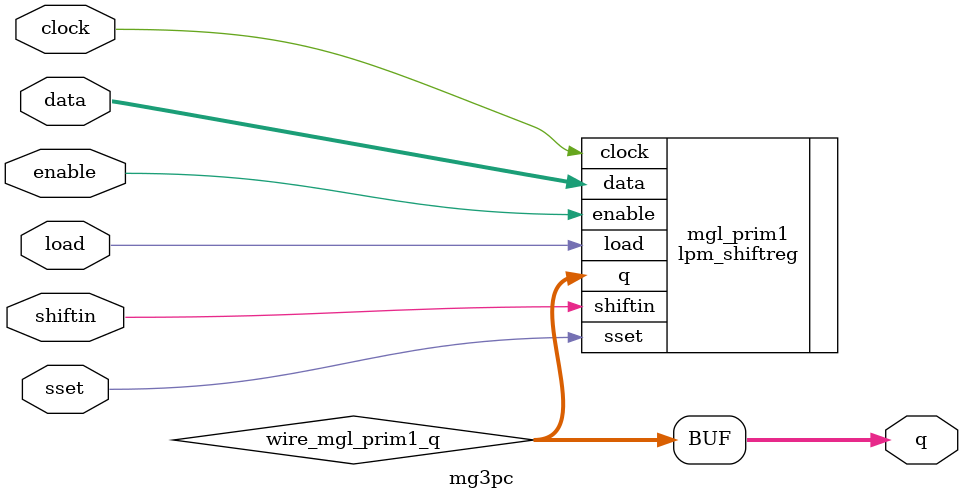
<source format=v>






//synthesis_resources = lpm_shiftreg 1 
//synopsys translate_off
`timescale 1 ps / 1 ps
//synopsys translate_on
module  mg3pc
	( 
	clock,
	data,
	enable,
	load,
	q,
	shiftin,
	sset) /* synthesis synthesis_clearbox=1 */;
	input   clock;
	input   [23:0]  data;
	input   enable;
	input   load;
	output   [23:0]  q;
	input   shiftin;
	input   sset;

	wire  [23:0]   wire_mgl_prim1_q;

	lpm_shiftreg   mgl_prim1
	( 
	.clock(clock),
	.data(data),
	.enable(enable),
	.load(load),
	.q(wire_mgl_prim1_q),
	.shiftin(shiftin),
	.sset(sset));
	defparam
		mgl_prim1.lpm_direction = "RIGHT",
		mgl_prim1.lpm_type = "LPM_SHIFTREG",
		mgl_prim1.lpm_width = 24;
	assign
		q = wire_mgl_prim1_q;
endmodule //mg3pc
//VALID FILE

</source>
